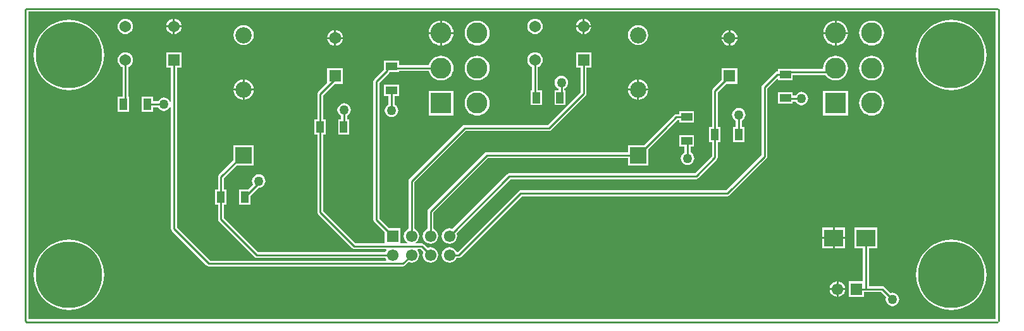
<source format=gtl>
G04*
G04 #@! TF.GenerationSoftware,Altium Limited,Altium Designer,20.1.12 (249)*
G04*
G04 Layer_Physical_Order=1*
G04 Layer_Color=255*
%FSLAX25Y25*%
%MOIN*%
G70*
G04*
G04 #@! TF.SameCoordinates,2B819FEC-D567-4356-858B-597537979E9D*
G04*
G04*
G04 #@! TF.FilePolarity,Positive*
G04*
G01*
G75*
%ADD14C,0.01000*%
%ADD15R,0.03937X0.05906*%
%ADD16R,0.05906X0.03937*%
%ADD17R,0.09843X0.09055*%
%ADD27C,0.06063*%
%ADD28R,0.06063X0.06063*%
%ADD34R,0.08563X0.08563*%
%ADD35C,0.11024*%
%ADD36C,0.06102*%
%ADD37R,0.06102X0.06102*%
%ADD38R,0.06299X0.06299*%
%ADD39C,0.06299*%
%ADD40C,0.08563*%
%ADD41R,0.11024X0.11024*%
%ADD42C,0.35000*%
%ADD43C,0.05000*%
G36*
X611471Y336029D02*
X101529D01*
Y498471D01*
X611471D01*
Y336029D01*
D02*
G37*
%LPC*%
G36*
X178795Y494548D02*
Y491047D01*
X182296D01*
X182223Y491600D01*
X181817Y492580D01*
X181171Y493423D01*
X180328Y494069D01*
X179348Y494475D01*
X178795Y494548D01*
D02*
G37*
G36*
X394701D02*
Y491047D01*
X398201D01*
X398129Y491600D01*
X397722Y492580D01*
X397076Y493423D01*
X396234Y494069D01*
X395253Y494475D01*
X394701Y494548D01*
D02*
G37*
G36*
X177795D02*
X177243Y494475D01*
X176262Y494069D01*
X175420Y493423D01*
X174774Y492580D01*
X174368Y491600D01*
X174295Y491047D01*
X177795D01*
Y494548D01*
D02*
G37*
G36*
X393701D02*
X393148Y494475D01*
X392168Y494069D01*
X391325Y493423D01*
X390679Y492580D01*
X390273Y491600D01*
X390200Y491047D01*
X393701D01*
Y494548D01*
D02*
G37*
G36*
X527492Y493577D02*
Y487583D01*
X533486D01*
X533410Y488359D01*
X533037Y489587D01*
X532433Y490718D01*
X531619Y491710D01*
X530627Y492523D01*
X529496Y493128D01*
X528269Y493500D01*
X527492Y493577D01*
D02*
G37*
G36*
X319587D02*
Y487583D01*
X325581D01*
X325504Y488359D01*
X325132Y489587D01*
X324527Y490718D01*
X323713Y491710D01*
X322722Y492523D01*
X321591Y493128D01*
X320363Y493500D01*
X319587Y493577D01*
D02*
G37*
G36*
X318587D02*
X317810Y493500D01*
X316583Y493128D01*
X315451Y492523D01*
X314460Y491710D01*
X313646Y490718D01*
X313041Y489587D01*
X312669Y488359D01*
X312593Y487583D01*
X318587D01*
Y493577D01*
D02*
G37*
G36*
X526492D02*
X525715Y493500D01*
X524488Y493128D01*
X523357Y492523D01*
X522365Y491710D01*
X521552Y490718D01*
X520947Y489587D01*
X520575Y488359D01*
X520498Y487583D01*
X526492D01*
Y493577D01*
D02*
G37*
G36*
X182296Y490047D02*
X178795D01*
Y486547D01*
X179348Y486620D01*
X180328Y487026D01*
X181171Y487672D01*
X181817Y488514D01*
X182223Y489495D01*
X182296Y490047D01*
D02*
G37*
G36*
X398201D02*
X394701D01*
Y486547D01*
X395253Y486620D01*
X396234Y487026D01*
X397076Y487672D01*
X397722Y488514D01*
X398129Y489495D01*
X398201Y490047D01*
D02*
G37*
G36*
X393701D02*
X390200D01*
X390273Y489495D01*
X390679Y488514D01*
X391325Y487672D01*
X392168Y487026D01*
X393148Y486620D01*
X393701Y486547D01*
Y490047D01*
D02*
G37*
G36*
X177795D02*
X174295D01*
X174368Y489495D01*
X174774Y488514D01*
X175420Y487672D01*
X176262Y487026D01*
X177243Y486620D01*
X177795Y486547D01*
Y490047D01*
D02*
G37*
G36*
X368610Y494614D02*
X367558Y494475D01*
X366577Y494069D01*
X365735Y493423D01*
X365089Y492580D01*
X364683Y491600D01*
X364544Y490547D01*
X364683Y489495D01*
X365089Y488514D01*
X365735Y487672D01*
X366577Y487026D01*
X367558Y486620D01*
X368610Y486481D01*
X369663Y486620D01*
X370643Y487026D01*
X371485Y487672D01*
X372132Y488514D01*
X372538Y489495D01*
X372676Y490547D01*
X372538Y491600D01*
X372132Y492580D01*
X371485Y493423D01*
X370643Y494069D01*
X369663Y494475D01*
X368610Y494614D01*
D02*
G37*
G36*
X152705D02*
X151652Y494475D01*
X150672Y494069D01*
X149829Y493423D01*
X149183Y492580D01*
X148777Y491600D01*
X148638Y490547D01*
X148777Y489495D01*
X149183Y488514D01*
X149829Y487672D01*
X150672Y487026D01*
X151652Y486620D01*
X152705Y486481D01*
X153757Y486620D01*
X154738Y487026D01*
X155580Y487672D01*
X156226Y488514D01*
X156632Y489495D01*
X156771Y490547D01*
X156632Y491600D01*
X156226Y492580D01*
X155580Y493423D01*
X154738Y494069D01*
X153757Y494475D01*
X152705Y494614D01*
D02*
G37*
G36*
X471638Y488584D02*
Y484965D01*
X475257D01*
X475181Y485548D01*
X474762Y486557D01*
X474097Y487424D01*
X473231Y488089D01*
X472221Y488507D01*
X471638Y488584D01*
D02*
G37*
G36*
X263732D02*
Y484965D01*
X267352D01*
X267275Y485548D01*
X266857Y486557D01*
X266192Y487424D01*
X265325Y488089D01*
X264316Y488507D01*
X263732Y488584D01*
D02*
G37*
G36*
X470638Y488584D02*
X470054Y488507D01*
X469045Y488089D01*
X468178Y487424D01*
X467513Y486557D01*
X467095Y485548D01*
X467018Y484965D01*
X470638D01*
Y488584D01*
D02*
G37*
G36*
X262732D02*
X262149Y488507D01*
X261140Y488089D01*
X260273Y487424D01*
X259608Y486557D01*
X259190Y485548D01*
X259113Y484965D01*
X262732D01*
Y488584D01*
D02*
G37*
G36*
X422941Y491327D02*
X421562Y491146D01*
X420277Y490613D01*
X419174Y489767D01*
X418328Y488663D01*
X417795Y487379D01*
X417614Y486000D01*
X417795Y484621D01*
X418328Y483336D01*
X419174Y482233D01*
X420277Y481387D01*
X421562Y480855D01*
X422941Y480673D01*
X424320Y480855D01*
X425604Y481387D01*
X426708Y482233D01*
X427554Y483336D01*
X428086Y484621D01*
X428268Y486000D01*
X428086Y487379D01*
X427554Y488663D01*
X426708Y489767D01*
X425604Y490613D01*
X424320Y491146D01*
X422941Y491327D01*
D02*
G37*
G36*
X215035D02*
X213657Y491146D01*
X212372Y490613D01*
X211269Y489767D01*
X210422Y488663D01*
X209890Y487379D01*
X209708Y486000D01*
X209890Y484621D01*
X210422Y483336D01*
X211269Y482233D01*
X212372Y481387D01*
X213657Y480855D01*
X215035Y480673D01*
X216414Y480855D01*
X217699Y481387D01*
X218802Y482233D01*
X219649Y483336D01*
X220181Y484621D01*
X220362Y486000D01*
X220181Y487379D01*
X219649Y488663D01*
X218802Y489767D01*
X217699Y490613D01*
X216414Y491146D01*
X215035Y491327D01*
D02*
G37*
G36*
X533486Y486583D02*
X527492D01*
Y480589D01*
X528269Y480665D01*
X529496Y481037D01*
X530627Y481642D01*
X531619Y482456D01*
X532433Y483447D01*
X533037Y484579D01*
X533410Y485806D01*
X533486Y486583D01*
D02*
G37*
G36*
X325581D02*
X319587D01*
Y480589D01*
X320363Y480665D01*
X321591Y481037D01*
X322722Y481642D01*
X323713Y482456D01*
X324527Y483447D01*
X325132Y484579D01*
X325504Y485806D01*
X325581Y486583D01*
D02*
G37*
G36*
X318587D02*
X312593D01*
X312669Y485806D01*
X313041Y484579D01*
X313646Y483447D01*
X314460Y482456D01*
X315451Y481642D01*
X316583Y481037D01*
X317810Y480665D01*
X318587Y480589D01*
Y486583D01*
D02*
G37*
G36*
X526492D02*
X520498D01*
X520575Y485806D01*
X520947Y484579D01*
X521552Y483447D01*
X522365Y482456D01*
X523357Y481642D01*
X524488Y481037D01*
X525715Y480665D01*
X526492Y480589D01*
Y486583D01*
D02*
G37*
G36*
X546008Y493626D02*
X544731Y493500D01*
X543504Y493128D01*
X542373Y492523D01*
X541381Y491710D01*
X540567Y490718D01*
X539963Y489587D01*
X539590Y488359D01*
X539465Y487083D01*
X539590Y485806D01*
X539963Y484579D01*
X540567Y483447D01*
X541381Y482456D01*
X542373Y481642D01*
X543504Y481037D01*
X544731Y480665D01*
X546008Y480539D01*
X547284Y480665D01*
X548512Y481037D01*
X549643Y481642D01*
X550635Y482456D01*
X551448Y483447D01*
X552053Y484579D01*
X552425Y485806D01*
X552551Y487083D01*
X552425Y488359D01*
X552053Y489587D01*
X551448Y490718D01*
X550635Y491710D01*
X549643Y492523D01*
X548512Y493128D01*
X547284Y493500D01*
X546008Y493626D01*
D02*
G37*
G36*
X338102D02*
X336826Y493500D01*
X335598Y493128D01*
X334467Y492523D01*
X333475Y491710D01*
X332662Y490718D01*
X332057Y489587D01*
X331685Y488359D01*
X331559Y487083D01*
X331685Y485806D01*
X332057Y484579D01*
X332662Y483447D01*
X333475Y482456D01*
X334467Y481642D01*
X335598Y481037D01*
X336826Y480665D01*
X338102Y480539D01*
X339379Y480665D01*
X340606Y481037D01*
X341738Y481642D01*
X342729Y482456D01*
X343543Y483447D01*
X344148Y484579D01*
X344520Y485806D01*
X344646Y487083D01*
X344520Y488359D01*
X344148Y489587D01*
X343543Y490718D01*
X342729Y491710D01*
X341738Y492523D01*
X340606Y493128D01*
X339379Y493500D01*
X338102Y493626D01*
D02*
G37*
G36*
X267352Y483965D02*
X263732D01*
Y480345D01*
X264316Y480422D01*
X265325Y480840D01*
X266192Y481505D01*
X266857Y482372D01*
X267275Y483381D01*
X267352Y483965D01*
D02*
G37*
G36*
X475257D02*
X471638D01*
Y480345D01*
X472221Y480422D01*
X473231Y480840D01*
X474097Y481505D01*
X474762Y482372D01*
X475181Y483381D01*
X475257Y483965D01*
D02*
G37*
G36*
X470638D02*
X467018D01*
X467095Y483381D01*
X467513Y482372D01*
X468178Y481505D01*
X469045Y480840D01*
X470054Y480422D01*
X470638Y480345D01*
Y483965D01*
D02*
G37*
G36*
X262732D02*
X259113D01*
X259190Y483381D01*
X259608Y482372D01*
X260273Y481505D01*
X261140Y480840D01*
X262149Y480422D01*
X262732Y480345D01*
Y483965D01*
D02*
G37*
G36*
X526992Y475122D02*
X525715Y474996D01*
X524488Y474624D01*
X523357Y474019D01*
X522365Y473206D01*
X521552Y472214D01*
X520947Y471083D01*
X520575Y469855D01*
X520449Y468579D01*
X520466Y468400D01*
X520131Y468029D01*
X504453D01*
Y468268D01*
X496547D01*
Y466829D01*
X496299D01*
X495714Y466712D01*
X495218Y466381D01*
X488419Y459581D01*
X488087Y459085D01*
X487971Y458500D01*
Y422634D01*
X469367Y404029D01*
X360949D01*
X360364Y403913D01*
X359867Y403581D01*
X327815Y371529D01*
X327252D01*
X327039Y372043D01*
X326389Y372889D01*
X325543Y373539D01*
X324558Y373947D01*
X323500Y374086D01*
X322442Y373947D01*
X321457Y373539D01*
X320611Y372889D01*
X319961Y372043D01*
X319553Y371058D01*
X319414Y370000D01*
X319553Y368942D01*
X319961Y367957D01*
X320611Y367111D01*
X321457Y366461D01*
X322442Y366053D01*
X323500Y365914D01*
X324558Y366053D01*
X325543Y366461D01*
X326389Y367111D01*
X327039Y367957D01*
X327252Y368471D01*
X328449D01*
X329034Y368587D01*
X329530Y368919D01*
X361582Y400971D01*
X470000D01*
X470585Y401087D01*
X471081Y401419D01*
X490581Y420919D01*
X490913Y421415D01*
X491029Y422000D01*
Y457866D01*
X496085Y462922D01*
X496547Y462731D01*
Y462331D01*
X504453D01*
Y464971D01*
X521537D01*
X521552Y464944D01*
X522365Y463952D01*
X523357Y463138D01*
X524488Y462534D01*
X525715Y462161D01*
X526992Y462035D01*
X528269Y462161D01*
X529496Y462534D01*
X530627Y463138D01*
X531619Y463952D01*
X532433Y464944D01*
X533037Y466075D01*
X533410Y467302D01*
X533535Y468579D01*
X533410Y469855D01*
X533037Y471083D01*
X532433Y472214D01*
X531619Y473206D01*
X530627Y474019D01*
X529496Y474624D01*
X528269Y474996D01*
X526992Y475122D01*
D02*
G37*
G36*
X546008D02*
X544731Y474996D01*
X543504Y474624D01*
X542373Y474019D01*
X541381Y473206D01*
X540567Y472214D01*
X539963Y471083D01*
X539590Y469855D01*
X539465Y468579D01*
X539590Y467302D01*
X539963Y466075D01*
X540567Y464944D01*
X541381Y463952D01*
X542373Y463138D01*
X543504Y462534D01*
X544731Y462161D01*
X546008Y462035D01*
X547284Y462161D01*
X548512Y462534D01*
X549643Y463138D01*
X550635Y463952D01*
X551448Y464944D01*
X552053Y466075D01*
X552425Y467302D01*
X552551Y468579D01*
X552425Y469855D01*
X552053Y471083D01*
X551448Y472214D01*
X550635Y473206D01*
X549643Y474019D01*
X548512Y474624D01*
X547284Y474996D01*
X546008Y475122D01*
D02*
G37*
G36*
X338102D02*
X336826Y474996D01*
X335598Y474624D01*
X334467Y474019D01*
X333475Y473206D01*
X332662Y472214D01*
X332057Y471083D01*
X331685Y469855D01*
X331559Y468579D01*
X331685Y467302D01*
X332057Y466075D01*
X332662Y464944D01*
X333475Y463952D01*
X334467Y463138D01*
X335598Y462534D01*
X336826Y462161D01*
X338102Y462035D01*
X339379Y462161D01*
X340606Y462534D01*
X341738Y463138D01*
X342729Y463952D01*
X343543Y464944D01*
X344148Y466075D01*
X344520Y467302D01*
X344646Y468579D01*
X344520Y469855D01*
X344148Y471083D01*
X343543Y472214D01*
X342729Y473206D01*
X341738Y474019D01*
X340606Y474624D01*
X339379Y474996D01*
X338102Y475122D01*
D02*
G37*
G36*
X398232Y476862D02*
X390169D01*
Y468799D01*
X392671D01*
Y455834D01*
X375366Y438529D01*
X331500D01*
X330915Y438413D01*
X330419Y438081D01*
X302419Y410081D01*
X302087Y409585D01*
X301971Y409000D01*
Y383752D01*
X301457Y383539D01*
X300611Y382889D01*
X299961Y382043D01*
X299553Y381058D01*
X299414Y380000D01*
X299553Y378942D01*
X299961Y377957D01*
X300611Y377111D01*
X301302Y376581D01*
X301132Y376081D01*
X297551D01*
Y384051D01*
X291612D01*
X286529Y389134D01*
Y460866D01*
X291629Y465966D01*
X291960Y466462D01*
X291974Y466532D01*
X296953D01*
Y467049D01*
X312746D01*
X313041Y466075D01*
X313646Y464944D01*
X314460Y463952D01*
X315451Y463138D01*
X316583Y462534D01*
X317810Y462161D01*
X319087Y462035D01*
X320363Y462161D01*
X321591Y462534D01*
X322722Y463138D01*
X323713Y463952D01*
X324527Y464944D01*
X325132Y466075D01*
X325504Y467302D01*
X325630Y468579D01*
X325504Y469855D01*
X325132Y471083D01*
X324527Y472214D01*
X323713Y473206D01*
X322722Y474019D01*
X321591Y474624D01*
X320363Y474996D01*
X319087Y475122D01*
X317810Y474996D01*
X316583Y474624D01*
X315451Y474019D01*
X314460Y473206D01*
X313646Y472214D01*
X313041Y471083D01*
X312746Y470108D01*
X296953D01*
Y472469D01*
X289047D01*
Y468179D01*
X289018Y468032D01*
Y467681D01*
X283919Y462581D01*
X283587Y462085D01*
X283471Y461500D01*
Y388500D01*
X283587Y387915D01*
X283919Y387419D01*
X289449Y381888D01*
Y376081D01*
X274082D01*
X256892Y393271D01*
Y433547D01*
X258169D01*
Y441453D01*
X256892D01*
Y454229D01*
X262978Y460315D01*
X267382D01*
Y468614D01*
X259083D01*
Y460746D01*
X254281Y455944D01*
X253949Y455447D01*
X253833Y454862D01*
Y441453D01*
X252232D01*
Y433547D01*
X253833D01*
Y392638D01*
X253949Y392053D01*
X254281Y391556D01*
X272367Y373470D01*
X272864Y373138D01*
X273449Y373022D01*
X290082D01*
X290329Y372522D01*
X289961Y372043D01*
X289749Y371529D01*
X222634D01*
X204612Y389551D01*
Y396547D01*
X206051D01*
Y404453D01*
X204612D01*
Y410563D01*
X211381Y417333D01*
X220317D01*
Y427896D01*
X209754D01*
Y420031D01*
X202001Y412278D01*
X201670Y411782D01*
X201553Y411197D01*
Y404453D01*
X200114D01*
Y396547D01*
X201553D01*
Y388917D01*
X201670Y388332D01*
X202001Y387836D01*
X220919Y368919D01*
X221415Y368587D01*
X222000Y368471D01*
X289749D01*
X289961Y367957D01*
X290329Y367478D01*
X290082Y366978D01*
X197185D01*
X179825Y384338D01*
Y468799D01*
X182327D01*
Y476862D01*
X174264D01*
Y468799D01*
X176766D01*
Y450861D01*
X176266Y450761D01*
X176057Y451265D01*
X175496Y451996D01*
X174765Y452557D01*
X173914Y452910D01*
X173000Y453030D01*
X172086Y452910D01*
X171235Y452557D01*
X170504Y451996D01*
X169943Y451265D01*
X169845Y451029D01*
X167209D01*
Y453453D01*
X161272D01*
Y445547D01*
X167209D01*
Y447971D01*
X169845D01*
X169943Y447735D01*
X170504Y447004D01*
X171235Y446443D01*
X172086Y446090D01*
X173000Y445970D01*
X173914Y446090D01*
X174765Y446443D01*
X175496Y447004D01*
X176057Y447735D01*
X176266Y448239D01*
X176766Y448139D01*
Y383705D01*
X176882Y383120D01*
X177214Y382623D01*
X195470Y364367D01*
X195966Y364036D01*
X196551Y363919D01*
X298949D01*
X299534Y364036D01*
X300030Y364367D01*
X301929Y366266D01*
X302442Y366053D01*
X303500Y365914D01*
X304558Y366053D01*
X305543Y366461D01*
X306389Y367111D01*
X307039Y367957D01*
X307447Y368942D01*
X307586Y370000D01*
X307447Y371058D01*
X307039Y372043D01*
X306671Y372522D01*
X306918Y373022D01*
X308315D01*
X309766Y371571D01*
X309553Y371058D01*
X309414Y370000D01*
X309553Y368942D01*
X309961Y367957D01*
X310611Y367111D01*
X311457Y366461D01*
X312442Y366053D01*
X313500Y365914D01*
X314558Y366053D01*
X315543Y366461D01*
X316389Y367111D01*
X317039Y367957D01*
X317447Y368942D01*
X317586Y370000D01*
X317447Y371058D01*
X317039Y372043D01*
X316389Y372889D01*
X315543Y373539D01*
X314558Y373947D01*
X313500Y374086D01*
X312442Y373947D01*
X311929Y373734D01*
X310030Y375633D01*
X309534Y375964D01*
X308949Y376081D01*
X305868D01*
X305698Y376581D01*
X306389Y377111D01*
X307039Y377957D01*
X307447Y378942D01*
X307586Y380000D01*
X307447Y381058D01*
X307039Y382043D01*
X306389Y382889D01*
X305543Y383539D01*
X305029Y383752D01*
Y408366D01*
X332134Y435471D01*
X376000D01*
X376585Y435587D01*
X377081Y435919D01*
X395282Y454119D01*
X395614Y454615D01*
X395730Y455201D01*
Y468799D01*
X398232D01*
Y476862D01*
D02*
G37*
G36*
X423441Y462521D02*
Y457760D01*
X428202D01*
X428086Y458639D01*
X427554Y459923D01*
X426708Y461027D01*
X425604Y461873D01*
X424320Y462405D01*
X423441Y462521D01*
D02*
G37*
G36*
X215535D02*
Y457760D01*
X220297D01*
X220181Y458639D01*
X219649Y459923D01*
X218802Y461027D01*
X217699Y461873D01*
X216414Y462405D01*
X215535Y462521D01*
D02*
G37*
G36*
X214535D02*
X213657Y462405D01*
X212372Y461873D01*
X211269Y461027D01*
X210422Y459923D01*
X209890Y458639D01*
X209774Y457760D01*
X214535D01*
Y462521D01*
D02*
G37*
G36*
X422441D02*
X421562Y462405D01*
X420277Y461873D01*
X419174Y461027D01*
X418328Y459923D01*
X417795Y458639D01*
X417680Y457760D01*
X422441D01*
Y462521D01*
D02*
G37*
G36*
X588000Y494040D02*
X585580Y493881D01*
X583202Y493408D01*
X580905Y492628D01*
X578730Y491556D01*
X576714Y490208D01*
X574891Y488610D01*
X573291Y486786D01*
X571944Y484770D01*
X570872Y482595D01*
X570092Y480298D01*
X569619Y477920D01*
X569460Y475500D01*
X569619Y473080D01*
X570092Y470702D01*
X570872Y468405D01*
X571944Y466230D01*
X573291Y464214D01*
X574891Y462391D01*
X576714Y460791D01*
X578730Y459444D01*
X580905Y458372D01*
X583202Y457592D01*
X585580Y457119D01*
X588000Y456960D01*
X590420Y457119D01*
X592798Y457592D01*
X595095Y458372D01*
X597270Y459444D01*
X599286Y460791D01*
X601110Y462391D01*
X602708Y464214D01*
X604056Y466230D01*
X605128Y468405D01*
X605908Y470702D01*
X606381Y473080D01*
X606540Y475500D01*
X606381Y477920D01*
X605908Y480298D01*
X605128Y482595D01*
X604056Y484770D01*
X602708Y486786D01*
X601110Y488610D01*
X599286Y490208D01*
X597270Y491556D01*
X595095Y492628D01*
X592798Y493408D01*
X590420Y493881D01*
X588000Y494040D01*
D02*
G37*
G36*
X123000D02*
X120580Y493881D01*
X118202Y493408D01*
X115905Y492628D01*
X113730Y491556D01*
X111714Y490208D01*
X109890Y488610D01*
X108291Y486786D01*
X106944Y484770D01*
X105872Y482595D01*
X105092Y480298D01*
X104619Y477920D01*
X104460Y475500D01*
X104619Y473080D01*
X105092Y470702D01*
X105872Y468405D01*
X106944Y466230D01*
X108291Y464214D01*
X109890Y462391D01*
X111714Y460791D01*
X113730Y459444D01*
X115905Y458372D01*
X118202Y457592D01*
X120580Y457119D01*
X123000Y456960D01*
X125420Y457119D01*
X127798Y457592D01*
X130095Y458372D01*
X132270Y459444D01*
X134286Y460791D01*
X136109Y462391D01*
X137708Y464214D01*
X139056Y466230D01*
X140128Y468405D01*
X140908Y470702D01*
X141381Y473080D01*
X141540Y475500D01*
X141381Y477920D01*
X140908Y480298D01*
X140128Y482595D01*
X139056Y484770D01*
X137708Y486786D01*
X136109Y488610D01*
X134286Y490208D01*
X132270Y491556D01*
X130095Y492628D01*
X127798Y493408D01*
X125420Y493881D01*
X123000Y494040D01*
D02*
G37*
G36*
X509000Y456030D02*
X508086Y455910D01*
X507235Y455557D01*
X506504Y454996D01*
X505943Y454265D01*
X505845Y454029D01*
X504453D01*
Y455669D01*
X496547D01*
Y449732D01*
X504453D01*
Y450971D01*
X505845D01*
X505943Y450735D01*
X506504Y450004D01*
X507235Y449443D01*
X508086Y449090D01*
X509000Y448970D01*
X509914Y449090D01*
X510765Y449443D01*
X511496Y450004D01*
X512057Y450735D01*
X512410Y451586D01*
X512530Y452500D01*
X512410Y453414D01*
X512057Y454265D01*
X511496Y454996D01*
X510765Y455557D01*
X509914Y455910D01*
X509000Y456030D01*
D02*
G37*
G36*
X428202Y456760D02*
X423441D01*
Y451999D01*
X424320Y452114D01*
X425604Y452646D01*
X426708Y453493D01*
X427554Y454596D01*
X428086Y455881D01*
X428202Y456760D01*
D02*
G37*
G36*
X220297D02*
X215535D01*
Y451999D01*
X216414Y452114D01*
X217699Y452646D01*
X218802Y453493D01*
X219649Y454596D01*
X220181Y455881D01*
X220297Y456760D01*
D02*
G37*
G36*
X214535D02*
X209774D01*
X209890Y455881D01*
X210422Y454596D01*
X211269Y453493D01*
X212372Y452646D01*
X213657Y452114D01*
X214535Y451999D01*
Y456760D01*
D02*
G37*
G36*
X422441D02*
X417680D01*
X417795Y455881D01*
X418328Y454596D01*
X419174Y453493D01*
X420277Y452646D01*
X421562Y452114D01*
X422441Y451999D01*
Y456760D01*
D02*
G37*
G36*
X382500Y464530D02*
X381586Y464410D01*
X380735Y464057D01*
X380004Y463496D01*
X379443Y462765D01*
X379090Y461914D01*
X378970Y461000D01*
X379090Y460086D01*
X379443Y459235D01*
X380004Y458504D01*
X380735Y457943D01*
X380971Y457845D01*
Y456953D01*
X378831D01*
Y449047D01*
X384768D01*
Y456953D01*
X384029D01*
Y457845D01*
X384265Y457943D01*
X384996Y458504D01*
X385557Y459235D01*
X385910Y460086D01*
X386030Y461000D01*
X385910Y461914D01*
X385557Y462765D01*
X384996Y463496D01*
X384265Y464057D01*
X383414Y464410D01*
X382500Y464530D01*
D02*
G37*
G36*
X368610Y476897D02*
X367558Y476758D01*
X366577Y476352D01*
X365735Y475706D01*
X365089Y474864D01*
X364683Y473883D01*
X364544Y472831D01*
X364683Y471778D01*
X365089Y470798D01*
X365735Y469955D01*
X366577Y469309D01*
X366971Y469146D01*
Y456953D01*
X366232D01*
Y449047D01*
X372169D01*
Y456953D01*
X370029D01*
Y469055D01*
X370643Y469309D01*
X371485Y469955D01*
X372132Y470798D01*
X372538Y471778D01*
X372676Y472831D01*
X372538Y473883D01*
X372132Y474864D01*
X371485Y475706D01*
X370643Y476352D01*
X369663Y476758D01*
X368610Y476897D01*
D02*
G37*
G36*
X152705D02*
X151652Y476758D01*
X150672Y476352D01*
X149829Y475706D01*
X149183Y474864D01*
X148777Y473883D01*
X148638Y472831D01*
X148777Y471778D01*
X149183Y470798D01*
X149829Y469955D01*
X150672Y469309D01*
X151175Y469101D01*
Y453453D01*
X148673D01*
Y445547D01*
X154610D01*
Y453453D01*
X154234D01*
Y469101D01*
X154738Y469309D01*
X155580Y469955D01*
X156226Y470798D01*
X156632Y471778D01*
X156771Y472831D01*
X156632Y473883D01*
X156226Y474864D01*
X155580Y475706D01*
X154738Y476352D01*
X153757Y476758D01*
X152705Y476897D01*
D02*
G37*
G36*
X533504Y456587D02*
X520480D01*
Y443563D01*
X533504D01*
Y456587D01*
D02*
G37*
G36*
X325598D02*
X312575D01*
Y443563D01*
X325598D01*
Y456587D01*
D02*
G37*
G36*
X546008Y456618D02*
X544731Y456492D01*
X543504Y456120D01*
X542373Y455515D01*
X541381Y454702D01*
X540567Y453710D01*
X539963Y452579D01*
X539590Y451351D01*
X539465Y450075D01*
X539590Y448798D01*
X539963Y447571D01*
X540567Y446440D01*
X541381Y445448D01*
X542373Y444634D01*
X543504Y444030D01*
X544731Y443657D01*
X546008Y443532D01*
X547284Y443657D01*
X548512Y444030D01*
X549643Y444634D01*
X550635Y445448D01*
X551448Y446440D01*
X552053Y447571D01*
X552425Y448798D01*
X552551Y450075D01*
X552425Y451351D01*
X552053Y452579D01*
X551448Y453710D01*
X550635Y454702D01*
X549643Y455515D01*
X548512Y456120D01*
X547284Y456492D01*
X546008Y456618D01*
D02*
G37*
G36*
X338102D02*
X336826Y456492D01*
X335598Y456120D01*
X334467Y455515D01*
X333475Y454702D01*
X332662Y453710D01*
X332057Y452579D01*
X331685Y451351D01*
X331559Y450075D01*
X331685Y448798D01*
X332057Y447571D01*
X332662Y446440D01*
X333475Y445448D01*
X334467Y444634D01*
X335598Y444030D01*
X336826Y443657D01*
X338102Y443532D01*
X339379Y443657D01*
X340606Y444030D01*
X341738Y444634D01*
X342729Y445448D01*
X343543Y446440D01*
X344148Y447571D01*
X344520Y448798D01*
X344646Y450075D01*
X344520Y451351D01*
X344148Y452579D01*
X343543Y453710D01*
X342729Y454702D01*
X341738Y455515D01*
X340606Y456120D01*
X339379Y456492D01*
X338102Y456618D01*
D02*
G37*
G36*
X296953Y459870D02*
X289047D01*
Y453933D01*
X291471D01*
Y449356D01*
X291235Y449258D01*
X290504Y448697D01*
X289943Y447966D01*
X289590Y447115D01*
X289470Y446201D01*
X289590Y445287D01*
X289943Y444436D01*
X290504Y443705D01*
X291235Y443144D01*
X292086Y442791D01*
X293000Y442671D01*
X293914Y442791D01*
X294765Y443144D01*
X295496Y443705D01*
X296057Y444436D01*
X296410Y445287D01*
X296530Y446201D01*
X296410Y447115D01*
X296057Y447966D01*
X295496Y448697D01*
X294765Y449258D01*
X294529Y449356D01*
Y453933D01*
X296953D01*
Y459870D01*
D02*
G37*
G36*
X452453Y445768D02*
X444547D01*
Y444329D01*
X443126D01*
X442541Y444212D01*
X442044Y443881D01*
X435844Y437680D01*
X435844Y437680D01*
X426059Y427896D01*
X417659D01*
Y424144D01*
X343165D01*
X342580Y424027D01*
X342084Y423696D01*
X312419Y394030D01*
X312087Y393534D01*
X311971Y392949D01*
Y383752D01*
X311457Y383539D01*
X310611Y382889D01*
X309961Y382043D01*
X309553Y381058D01*
X309414Y380000D01*
X309553Y378942D01*
X309961Y377957D01*
X310611Y377111D01*
X311457Y376461D01*
X312442Y376053D01*
X313500Y375914D01*
X314558Y376053D01*
X315543Y376461D01*
X316389Y377111D01*
X317039Y377957D01*
X317447Y378942D01*
X317586Y380000D01*
X317447Y381058D01*
X317039Y382043D01*
X316389Y382889D01*
X315543Y383539D01*
X315029Y383752D01*
Y392315D01*
X343799Y421085D01*
X417659D01*
Y417333D01*
X428222D01*
Y425733D01*
X438007Y435517D01*
X438007Y435517D01*
X443759Y441270D01*
X444547D01*
Y439831D01*
X452453D01*
Y445768D01*
D02*
G37*
G36*
X268000Y450030D02*
X267086Y449910D01*
X266235Y449557D01*
X265504Y448996D01*
X264943Y448265D01*
X264590Y447414D01*
X264470Y446500D01*
X264590Y445586D01*
X264943Y444735D01*
X265504Y444004D01*
X266235Y443443D01*
X266471Y443345D01*
Y441453D01*
X264831D01*
Y433547D01*
X270768D01*
Y441453D01*
X269529D01*
Y443345D01*
X269765Y443443D01*
X270496Y444004D01*
X271057Y444735D01*
X271410Y445586D01*
X271530Y446500D01*
X271410Y447414D01*
X271057Y448265D01*
X270496Y448996D01*
X269765Y449557D01*
X268914Y449910D01*
X268000Y450030D01*
D02*
G37*
G36*
X476000Y447530D02*
X475086Y447410D01*
X474235Y447057D01*
X473504Y446496D01*
X472943Y445765D01*
X472590Y444914D01*
X472470Y444000D01*
X472590Y443086D01*
X472943Y442235D01*
X473504Y441504D01*
X474235Y440943D01*
X474471Y440845D01*
Y437453D01*
X472992D01*
Y429547D01*
X478929D01*
Y437453D01*
X477529D01*
Y440845D01*
X477765Y440943D01*
X478496Y441504D01*
X479057Y442235D01*
X479410Y443086D01*
X479530Y444000D01*
X479410Y444914D01*
X479057Y445765D01*
X478496Y446496D01*
X477765Y447057D01*
X476914Y447410D01*
X476000Y447530D01*
D02*
G37*
G36*
X452453Y433169D02*
X444547D01*
Y427232D01*
X447471D01*
Y424155D01*
X447235Y424057D01*
X446504Y423496D01*
X445943Y422765D01*
X445590Y421914D01*
X445470Y421000D01*
X445590Y420086D01*
X445943Y419235D01*
X446504Y418504D01*
X447235Y417943D01*
X448086Y417590D01*
X449000Y417470D01*
X449914Y417590D01*
X450765Y417943D01*
X451496Y418504D01*
X452057Y419235D01*
X452410Y420086D01*
X452530Y421000D01*
X452410Y421914D01*
X452057Y422765D01*
X451496Y423496D01*
X450765Y424057D01*
X450529Y424155D01*
Y427232D01*
X452453D01*
Y433169D01*
D02*
G37*
G36*
X223000Y412530D02*
X222086Y412410D01*
X221235Y412057D01*
X220504Y411496D01*
X219943Y410765D01*
X219590Y409914D01*
X219470Y409000D01*
X219590Y408086D01*
X219943Y407235D01*
X220077Y407059D01*
X217471Y404453D01*
X212713D01*
Y396547D01*
X218650D01*
Y401306D01*
X222835Y405491D01*
X223000Y405470D01*
X223914Y405590D01*
X224765Y405943D01*
X225496Y406504D01*
X226057Y407235D01*
X226410Y408086D01*
X226530Y409000D01*
X226410Y409914D01*
X226057Y410765D01*
X225496Y411496D01*
X224765Y412057D01*
X223914Y412410D01*
X223000Y412530D01*
D02*
G37*
G36*
X475287Y468614D02*
X466988D01*
Y462356D01*
X462281Y457648D01*
X461949Y457152D01*
X461833Y456567D01*
Y437453D01*
X460394D01*
Y429547D01*
X461833D01*
Y421996D01*
X452867Y413029D01*
X355000D01*
X354415Y412913D01*
X353919Y412581D01*
X325071Y383734D01*
X324558Y383947D01*
X323500Y384086D01*
X322442Y383947D01*
X321457Y383539D01*
X320611Y382889D01*
X319961Y382043D01*
X319553Y381058D01*
X319414Y380000D01*
X319553Y378942D01*
X319961Y377957D01*
X320611Y377111D01*
X321457Y376461D01*
X322442Y376053D01*
X323500Y375914D01*
X324558Y376053D01*
X325543Y376461D01*
X326389Y377111D01*
X327039Y377957D01*
X327447Y378942D01*
X327586Y380000D01*
X327447Y381058D01*
X327234Y381571D01*
X355633Y409971D01*
X453500D01*
X454085Y410087D01*
X454581Y410419D01*
X464444Y420281D01*
X464775Y420777D01*
X464892Y421362D01*
Y429547D01*
X466331D01*
Y437453D01*
X464892D01*
Y455933D01*
X469273Y460315D01*
X475287D01*
Y468614D01*
D02*
G37*
G36*
X531957Y384528D02*
X526535D01*
Y379500D01*
X531957D01*
Y384528D01*
D02*
G37*
G36*
X525535D02*
X520114D01*
Y379500D01*
X525535D01*
Y384528D01*
D02*
G37*
G36*
X531957Y378500D02*
X526535D01*
Y373472D01*
X531957D01*
Y378500D01*
D02*
G37*
G36*
X525535D02*
X520114D01*
Y373472D01*
X525535D01*
Y378500D01*
D02*
G37*
G36*
X528500Y356020D02*
Y352500D01*
X532020D01*
X531947Y353058D01*
X531539Y354043D01*
X530889Y354889D01*
X530043Y355539D01*
X529058Y355947D01*
X528500Y356020D01*
D02*
G37*
G36*
X527500D02*
X526942Y355947D01*
X525957Y355539D01*
X525111Y354889D01*
X524461Y354043D01*
X524053Y353058D01*
X523980Y352500D01*
X527500D01*
Y356020D01*
D02*
G37*
G36*
X532020Y351500D02*
X528500D01*
Y347980D01*
X529058Y348053D01*
X530043Y348461D01*
X530889Y349111D01*
X531539Y349957D01*
X531947Y350942D01*
X532020Y351500D01*
D02*
G37*
G36*
X527500D02*
X523980D01*
X524053Y350942D01*
X524461Y349957D01*
X525111Y349111D01*
X525957Y348461D01*
X526942Y348053D01*
X527500Y347980D01*
Y351500D01*
D02*
G37*
G36*
X548886Y384528D02*
X537043D01*
Y373472D01*
X541435D01*
Y356051D01*
X533949D01*
Y347949D01*
X542051D01*
Y350471D01*
X550867D01*
X553688Y347649D01*
X553590Y347414D01*
X553470Y346500D01*
X553590Y345586D01*
X553943Y344735D01*
X554504Y344004D01*
X555235Y343443D01*
X556086Y343090D01*
X557000Y342970D01*
X557914Y343090D01*
X558765Y343443D01*
X559496Y344004D01*
X560057Y344735D01*
X560410Y345586D01*
X560530Y346500D01*
X560410Y347414D01*
X560057Y348265D01*
X559496Y348996D01*
X558765Y349557D01*
X557914Y349910D01*
X557000Y350030D01*
X556086Y349910D01*
X555851Y349812D01*
X552581Y353081D01*
X552085Y353413D01*
X551500Y353529D01*
X544494D01*
Y373472D01*
X548886D01*
Y384528D01*
D02*
G37*
G36*
X588000Y378040D02*
X585580Y377881D01*
X583202Y377408D01*
X580905Y376628D01*
X578730Y375556D01*
X576714Y374208D01*
X574891Y372609D01*
X573291Y370786D01*
X571944Y368770D01*
X570872Y366595D01*
X570092Y364298D01*
X569619Y361920D01*
X569460Y359500D01*
X569619Y357080D01*
X570092Y354702D01*
X570872Y352405D01*
X571944Y350230D01*
X573291Y348214D01*
X574891Y346391D01*
X576714Y344792D01*
X578730Y343444D01*
X580905Y342372D01*
X583202Y341592D01*
X585580Y341119D01*
X588000Y340960D01*
X590420Y341119D01*
X592798Y341592D01*
X595095Y342372D01*
X597270Y343444D01*
X599286Y344792D01*
X601110Y346391D01*
X602708Y348214D01*
X604056Y350230D01*
X605128Y352405D01*
X605908Y354702D01*
X606381Y357080D01*
X606540Y359500D01*
X606381Y361920D01*
X605908Y364298D01*
X605128Y366595D01*
X604056Y368770D01*
X602708Y370786D01*
X601110Y372609D01*
X599286Y374208D01*
X597270Y375556D01*
X595095Y376628D01*
X592798Y377408D01*
X590420Y377881D01*
X588000Y378040D01*
D02*
G37*
G36*
X123000D02*
X120580Y377881D01*
X118202Y377408D01*
X115905Y376628D01*
X113730Y375556D01*
X111714Y374208D01*
X109890Y372609D01*
X108291Y370786D01*
X106944Y368770D01*
X105872Y366595D01*
X105092Y364298D01*
X104619Y361920D01*
X104460Y359500D01*
X104619Y357080D01*
X105092Y354702D01*
X105872Y352405D01*
X106944Y350230D01*
X108291Y348214D01*
X109890Y346391D01*
X111714Y344792D01*
X113730Y343444D01*
X115905Y342372D01*
X118202Y341592D01*
X120580Y341119D01*
X123000Y340960D01*
X125420Y341119D01*
X127798Y341592D01*
X130095Y342372D01*
X132270Y343444D01*
X134286Y344792D01*
X136109Y346391D01*
X137708Y348214D01*
X139056Y350230D01*
X140128Y352405D01*
X140908Y354702D01*
X141381Y357080D01*
X141540Y359500D01*
X141381Y361920D01*
X140908Y364298D01*
X140128Y366595D01*
X139056Y368770D01*
X137708Y370786D01*
X136109Y372609D01*
X134286Y374208D01*
X132270Y375556D01*
X130095Y376628D01*
X127798Y377408D01*
X125420Y377881D01*
X123000Y378040D01*
D02*
G37*
%LPD*%
D14*
X323500Y380000D02*
X355000Y411500D01*
X313500Y380000D02*
Y392949D01*
X343165Y422614D01*
X303500Y380000D02*
Y409000D01*
X285000Y388500D02*
X293500Y380000D01*
X293000Y469500D02*
X293921Y468579D01*
X292016Y469500D02*
X293000D01*
X290547Y468032D02*
X292016Y469500D01*
X290547Y467047D02*
Y468032D01*
X293921Y468579D02*
X319087D01*
X285000Y461500D02*
X290547Y467047D01*
X285000Y388500D02*
Y461500D01*
X323500Y370000D02*
X328449D01*
X360949Y402500D01*
X303500Y370000D02*
X303500D01*
X196551Y365449D02*
X298949D01*
X303500Y370000D01*
X178295Y383705D02*
X196551Y365449D01*
X222000Y370000D02*
X293500D01*
X203083Y388917D02*
X222000Y370000D01*
X203083Y388917D02*
Y400500D01*
Y411197D01*
X255362Y392638D02*
Y454862D01*
Y392638D02*
X273449Y374551D01*
X308949D01*
X313500Y370000D01*
X543000Y352000D02*
X551500D01*
X538000D02*
X543000D01*
X542965Y352035D02*
Y379000D01*
Y352035D02*
X543000Y352000D01*
X551500D02*
X557000Y346500D01*
X152705Y450563D02*
Y472831D01*
X436925Y436598D02*
X436925D01*
X443126Y442799D02*
X448500D01*
X436925Y436598D02*
X443126Y442799D01*
X449000Y421000D02*
Y430063D01*
X448681Y430382D02*
X449000Y430063D01*
X448500Y430201D02*
X448681Y430382D01*
X496299Y465299D02*
X500500D01*
X489500Y458500D02*
X496299Y465299D01*
X470000Y402500D02*
X489500Y422000D01*
Y458500D01*
X360949Y402500D02*
X470000D01*
X453500Y411500D02*
X463362Y421362D01*
X355000Y411500D02*
X453500D01*
X422941Y422614D02*
X436925Y436598D01*
X463362Y421362D02*
Y433500D01*
X343165Y422614D02*
X422941D01*
X303500Y409000D02*
X331500Y437000D01*
X376000D01*
X394201Y455201D02*
Y472831D01*
X376000Y437000D02*
X394201Y455201D01*
X381799Y453000D02*
X382500Y453701D01*
Y461000D01*
X500500Y465299D02*
X501701Y466500D01*
X522201D01*
X524280Y468579D01*
X526992D01*
X368500Y453000D02*
Y470473D01*
X178295Y383705D02*
Y472831D01*
X165240Y449500D02*
X173000D01*
X164740Y450000D02*
X165240Y449500D01*
X164240D02*
X164740Y450000D01*
X223000Y407819D02*
Y409000D01*
X215681Y400500D02*
X223000Y407819D01*
X268000Y438622D02*
Y446500D01*
X267339Y437961D02*
X268000Y438622D01*
X500701Y452500D02*
X509000D01*
X500500Y452701D02*
X500701Y452500D01*
X267339Y437961D02*
X267799Y437500D01*
X100000Y499500D02*
X100500Y500000D01*
X613000Y335086D02*
Y499414D01*
X100000Y335086D02*
Y499500D01*
X100500Y500000D02*
X612414D01*
X151642Y449500D02*
X152705Y450563D01*
X475961Y433500D02*
X476000Y433539D01*
X463362Y433500D02*
Y456567D01*
X476000Y433539D02*
Y444000D01*
X203083Y411197D02*
X214500Y422614D01*
X293000Y446201D02*
Y456902D01*
X463362Y456567D02*
X471000Y464205D01*
X255362Y454862D02*
X263000Y462500D01*
X100586Y334500D02*
X612414D01*
X100000Y335086D02*
X100586Y334500D01*
D15*
X203083Y400500D02*
D03*
X369201Y453000D02*
D03*
X381799D02*
D03*
X255201Y437500D02*
D03*
X267799D02*
D03*
X215681Y400500D02*
D03*
X463362Y433500D02*
D03*
X475961D02*
D03*
X151642Y449500D02*
D03*
X164240D02*
D03*
D16*
X293000Y469500D02*
D03*
X500500Y465299D02*
D03*
Y452701D02*
D03*
X448500Y442799D02*
D03*
X293000Y456902D02*
D03*
X448500Y430201D02*
D03*
D17*
X542965Y379000D02*
D03*
X526035D02*
D03*
D27*
X152705Y490547D02*
D03*
X178295D02*
D03*
X152705Y472831D02*
D03*
X368610Y490547D02*
D03*
X394201D02*
D03*
X368610Y472831D02*
D03*
D28*
X394201D02*
D03*
X178295D02*
D03*
D34*
X215035Y422614D02*
D03*
X422941D02*
D03*
D35*
X319087Y468579D02*
D03*
X526992D02*
D03*
X338102Y487083D02*
D03*
Y468579D02*
D03*
Y450075D02*
D03*
X319087Y487083D02*
D03*
X546008D02*
D03*
Y468579D02*
D03*
Y450075D02*
D03*
X526992Y487083D02*
D03*
D36*
X528000Y352000D02*
D03*
X303500Y380000D02*
D03*
X313500D02*
D03*
X323500D02*
D03*
X293500Y370000D02*
D03*
X303500D02*
D03*
X313500D02*
D03*
X323500D02*
D03*
D37*
X538000Y352000D02*
D03*
X293500Y380000D02*
D03*
D38*
X263232Y464465D02*
D03*
X471138D02*
D03*
D39*
X263232Y484465D02*
D03*
X471138D02*
D03*
D40*
X215035Y486000D02*
D03*
Y457260D02*
D03*
X422941Y486000D02*
D03*
Y457260D02*
D03*
D41*
X319087Y450075D02*
D03*
X526992D02*
D03*
D42*
X123000Y475500D02*
D03*
Y359500D02*
D03*
X588000Y475500D02*
D03*
Y359500D02*
D03*
D43*
X449000Y421000D02*
D03*
X382500Y461000D02*
D03*
X557000Y346500D02*
D03*
X173000Y449500D02*
D03*
X223000Y409000D02*
D03*
X268000Y446500D02*
D03*
X509000Y452500D02*
D03*
X293000Y446201D02*
D03*
X476000Y444000D02*
D03*
M02*

</source>
